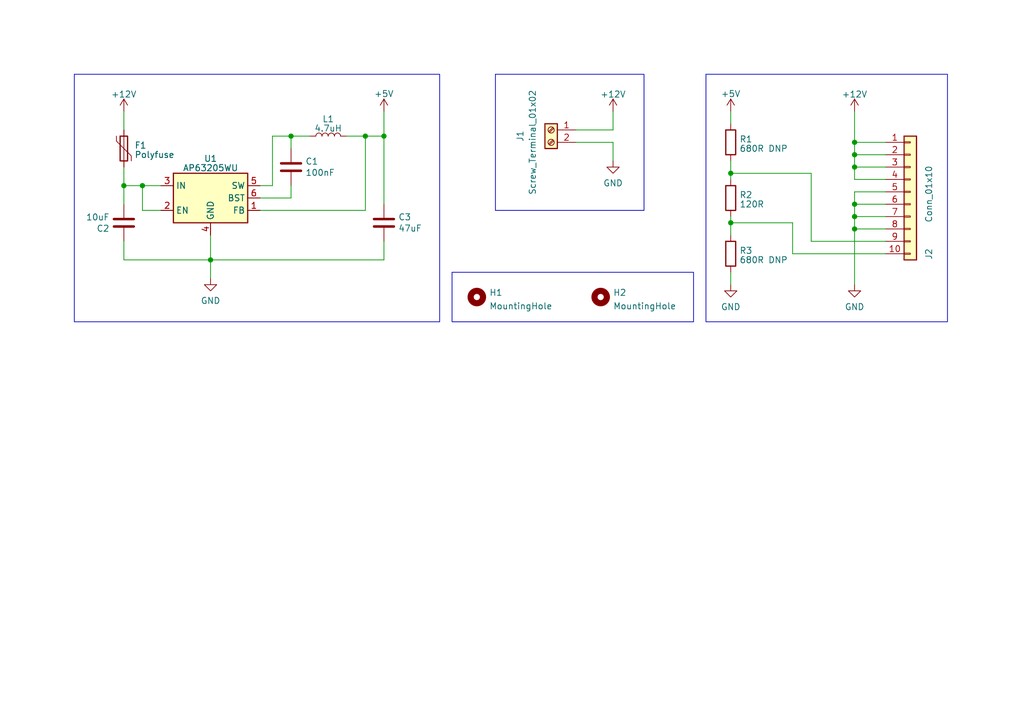
<source format=kicad_sch>
(kicad_sch (version 20230121) (generator eeschema)

  (uuid e63e39d7-6ac0-4ffd-8aa3-1841a4541b55)

  (paper "A5")

  (lib_symbols
    (symbol "Connector:Screw_Terminal_01x02" (pin_names (offset 1.016) hide) (in_bom yes) (on_board yes)
      (property "Reference" "J" (at 0 2.54 0)
        (effects (font (size 1.27 1.27)))
      )
      (property "Value" "Screw_Terminal_01x02" (at 0 -5.08 0)
        (effects (font (size 1.27 1.27)))
      )
      (property "Footprint" "" (at 0 0 0)
        (effects (font (size 1.27 1.27)) hide)
      )
      (property "Datasheet" "~" (at 0 0 0)
        (effects (font (size 1.27 1.27)) hide)
      )
      (property "ki_keywords" "screw terminal" (at 0 0 0)
        (effects (font (size 1.27 1.27)) hide)
      )
      (property "ki_description" "Generic screw terminal, single row, 01x02, script generated (kicad-library-utils/schlib/autogen/connector/)" (at 0 0 0)
        (effects (font (size 1.27 1.27)) hide)
      )
      (property "ki_fp_filters" "TerminalBlock*:*" (at 0 0 0)
        (effects (font (size 1.27 1.27)) hide)
      )
      (symbol "Screw_Terminal_01x02_1_1"
        (rectangle (start -1.27 1.27) (end 1.27 -3.81)
          (stroke (width 0.254) (type default))
          (fill (type background))
        )
        (circle (center 0 -2.54) (radius 0.635)
          (stroke (width 0.1524) (type default))
          (fill (type none))
        )
        (polyline
          (pts
            (xy -0.5334 -2.2098)
            (xy 0.3302 -3.048)
          )
          (stroke (width 0.1524) (type default))
          (fill (type none))
        )
        (polyline
          (pts
            (xy -0.5334 0.3302)
            (xy 0.3302 -0.508)
          )
          (stroke (width 0.1524) (type default))
          (fill (type none))
        )
        (polyline
          (pts
            (xy -0.3556 -2.032)
            (xy 0.508 -2.8702)
          )
          (stroke (width 0.1524) (type default))
          (fill (type none))
        )
        (polyline
          (pts
            (xy -0.3556 0.508)
            (xy 0.508 -0.3302)
          )
          (stroke (width 0.1524) (type default))
          (fill (type none))
        )
        (circle (center 0 0) (radius 0.635)
          (stroke (width 0.1524) (type default))
          (fill (type none))
        )
        (pin passive line (at -5.08 0 0) (length 3.81)
          (name "Pin_1" (effects (font (size 1.27 1.27))))
          (number "1" (effects (font (size 1.27 1.27))))
        )
        (pin passive line (at -5.08 -2.54 0) (length 3.81)
          (name "Pin_2" (effects (font (size 1.27 1.27))))
          (number "2" (effects (font (size 1.27 1.27))))
        )
      )
    )
    (symbol "Connector_Generic:Conn_01x10" (pin_names (offset 1.016) hide) (in_bom yes) (on_board yes)
      (property "Reference" "J" (at 0 12.7 0)
        (effects (font (size 1.27 1.27)))
      )
      (property "Value" "Conn_01x10" (at 0 -15.24 0)
        (effects (font (size 1.27 1.27)))
      )
      (property "Footprint" "" (at 0 0 0)
        (effects (font (size 1.27 1.27)) hide)
      )
      (property "Datasheet" "~" (at 0 0 0)
        (effects (font (size 1.27 1.27)) hide)
      )
      (property "ki_keywords" "connector" (at 0 0 0)
        (effects (font (size 1.27 1.27)) hide)
      )
      (property "ki_description" "Generic connector, single row, 01x10, script generated (kicad-library-utils/schlib/autogen/connector/)" (at 0 0 0)
        (effects (font (size 1.27 1.27)) hide)
      )
      (property "ki_fp_filters" "Connector*:*_1x??_*" (at 0 0 0)
        (effects (font (size 1.27 1.27)) hide)
      )
      (symbol "Conn_01x10_1_1"
        (rectangle (start -1.27 -12.573) (end 0 -12.827)
          (stroke (width 0.1524) (type default))
          (fill (type none))
        )
        (rectangle (start -1.27 -10.033) (end 0 -10.287)
          (stroke (width 0.1524) (type default))
          (fill (type none))
        )
        (rectangle (start -1.27 -7.493) (end 0 -7.747)
          (stroke (width 0.1524) (type default))
          (fill (type none))
        )
        (rectangle (start -1.27 -4.953) (end 0 -5.207)
          (stroke (width 0.1524) (type default))
          (fill (type none))
        )
        (rectangle (start -1.27 -2.413) (end 0 -2.667)
          (stroke (width 0.1524) (type default))
          (fill (type none))
        )
        (rectangle (start -1.27 0.127) (end 0 -0.127)
          (stroke (width 0.1524) (type default))
          (fill (type none))
        )
        (rectangle (start -1.27 2.667) (end 0 2.413)
          (stroke (width 0.1524) (type default))
          (fill (type none))
        )
        (rectangle (start -1.27 5.207) (end 0 4.953)
          (stroke (width 0.1524) (type default))
          (fill (type none))
        )
        (rectangle (start -1.27 7.747) (end 0 7.493)
          (stroke (width 0.1524) (type default))
          (fill (type none))
        )
        (rectangle (start -1.27 10.287) (end 0 10.033)
          (stroke (width 0.1524) (type default))
          (fill (type none))
        )
        (rectangle (start -1.27 11.43) (end 1.27 -13.97)
          (stroke (width 0.254) (type default))
          (fill (type background))
        )
        (pin passive line (at -5.08 10.16 0) (length 3.81)
          (name "Pin_1" (effects (font (size 1.27 1.27))))
          (number "1" (effects (font (size 1.27 1.27))))
        )
        (pin passive line (at -5.08 -12.7 0) (length 3.81)
          (name "Pin_10" (effects (font (size 1.27 1.27))))
          (number "10" (effects (font (size 1.27 1.27))))
        )
        (pin passive line (at -5.08 7.62 0) (length 3.81)
          (name "Pin_2" (effects (font (size 1.27 1.27))))
          (number "2" (effects (font (size 1.27 1.27))))
        )
        (pin passive line (at -5.08 5.08 0) (length 3.81)
          (name "Pin_3" (effects (font (size 1.27 1.27))))
          (number "3" (effects (font (size 1.27 1.27))))
        )
        (pin passive line (at -5.08 2.54 0) (length 3.81)
          (name "Pin_4" (effects (font (size 1.27 1.27))))
          (number "4" (effects (font (size 1.27 1.27))))
        )
        (pin passive line (at -5.08 0 0) (length 3.81)
          (name "Pin_5" (effects (font (size 1.27 1.27))))
          (number "5" (effects (font (size 1.27 1.27))))
        )
        (pin passive line (at -5.08 -2.54 0) (length 3.81)
          (name "Pin_6" (effects (font (size 1.27 1.27))))
          (number "6" (effects (font (size 1.27 1.27))))
        )
        (pin passive line (at -5.08 -5.08 0) (length 3.81)
          (name "Pin_7" (effects (font (size 1.27 1.27))))
          (number "7" (effects (font (size 1.27 1.27))))
        )
        (pin passive line (at -5.08 -7.62 0) (length 3.81)
          (name "Pin_8" (effects (font (size 1.27 1.27))))
          (number "8" (effects (font (size 1.27 1.27))))
        )
        (pin passive line (at -5.08 -10.16 0) (length 3.81)
          (name "Pin_9" (effects (font (size 1.27 1.27))))
          (number "9" (effects (font (size 1.27 1.27))))
        )
      )
    )
    (symbol "Device:C" (pin_numbers hide) (pin_names (offset 0.254)) (in_bom yes) (on_board yes)
      (property "Reference" "C" (at 0.635 2.54 0)
        (effects (font (size 1.27 1.27)) (justify left))
      )
      (property "Value" "C" (at 0.635 -2.54 0)
        (effects (font (size 1.27 1.27)) (justify left))
      )
      (property "Footprint" "" (at 0.9652 -3.81 0)
        (effects (font (size 1.27 1.27)) hide)
      )
      (property "Datasheet" "~" (at 0 0 0)
        (effects (font (size 1.27 1.27)) hide)
      )
      (property "ki_keywords" "cap capacitor" (at 0 0 0)
        (effects (font (size 1.27 1.27)) hide)
      )
      (property "ki_description" "Unpolarized capacitor" (at 0 0 0)
        (effects (font (size 1.27 1.27)) hide)
      )
      (property "ki_fp_filters" "C_*" (at 0 0 0)
        (effects (font (size 1.27 1.27)) hide)
      )
      (symbol "C_0_1"
        (polyline
          (pts
            (xy -2.032 -0.762)
            (xy 2.032 -0.762)
          )
          (stroke (width 0.508) (type default))
          (fill (type none))
        )
        (polyline
          (pts
            (xy -2.032 0.762)
            (xy 2.032 0.762)
          )
          (stroke (width 0.508) (type default))
          (fill (type none))
        )
      )
      (symbol "C_1_1"
        (pin passive line (at 0 3.81 270) (length 2.794)
          (name "~" (effects (font (size 1.27 1.27))))
          (number "1" (effects (font (size 1.27 1.27))))
        )
        (pin passive line (at 0 -3.81 90) (length 2.794)
          (name "~" (effects (font (size 1.27 1.27))))
          (number "2" (effects (font (size 1.27 1.27))))
        )
      )
    )
    (symbol "Device:L" (pin_numbers hide) (pin_names (offset 1.016) hide) (in_bom yes) (on_board yes)
      (property "Reference" "L" (at -1.27 0 90)
        (effects (font (size 1.27 1.27)))
      )
      (property "Value" "L" (at 1.905 0 90)
        (effects (font (size 1.27 1.27)))
      )
      (property "Footprint" "" (at 0 0 0)
        (effects (font (size 1.27 1.27)) hide)
      )
      (property "Datasheet" "~" (at 0 0 0)
        (effects (font (size 1.27 1.27)) hide)
      )
      (property "ki_keywords" "inductor choke coil reactor magnetic" (at 0 0 0)
        (effects (font (size 1.27 1.27)) hide)
      )
      (property "ki_description" "Inductor" (at 0 0 0)
        (effects (font (size 1.27 1.27)) hide)
      )
      (property "ki_fp_filters" "Choke_* *Coil* Inductor_* L_*" (at 0 0 0)
        (effects (font (size 1.27 1.27)) hide)
      )
      (symbol "L_0_1"
        (arc (start 0 -2.54) (mid 0.6323 -1.905) (end 0 -1.27)
          (stroke (width 0) (type default))
          (fill (type none))
        )
        (arc (start 0 -1.27) (mid 0.6323 -0.635) (end 0 0)
          (stroke (width 0) (type default))
          (fill (type none))
        )
        (arc (start 0 0) (mid 0.6323 0.635) (end 0 1.27)
          (stroke (width 0) (type default))
          (fill (type none))
        )
        (arc (start 0 1.27) (mid 0.6323 1.905) (end 0 2.54)
          (stroke (width 0) (type default))
          (fill (type none))
        )
      )
      (symbol "L_1_1"
        (pin passive line (at 0 3.81 270) (length 1.27)
          (name "1" (effects (font (size 1.27 1.27))))
          (number "1" (effects (font (size 1.27 1.27))))
        )
        (pin passive line (at 0 -3.81 90) (length 1.27)
          (name "2" (effects (font (size 1.27 1.27))))
          (number "2" (effects (font (size 1.27 1.27))))
        )
      )
    )
    (symbol "Device:Polyfuse" (pin_numbers hide) (pin_names (offset 0)) (in_bom yes) (on_board yes)
      (property "Reference" "F" (at -2.54 0 90)
        (effects (font (size 1.27 1.27)))
      )
      (property "Value" "Polyfuse" (at 2.54 0 90)
        (effects (font (size 1.27 1.27)))
      )
      (property "Footprint" "" (at 1.27 -5.08 0)
        (effects (font (size 1.27 1.27)) (justify left) hide)
      )
      (property "Datasheet" "~" (at 0 0 0)
        (effects (font (size 1.27 1.27)) hide)
      )
      (property "ki_keywords" "resettable fuse PTC PPTC polyfuse polyswitch" (at 0 0 0)
        (effects (font (size 1.27 1.27)) hide)
      )
      (property "ki_description" "Resettable fuse, polymeric positive temperature coefficient" (at 0 0 0)
        (effects (font (size 1.27 1.27)) hide)
      )
      (property "ki_fp_filters" "*polyfuse* *PTC*" (at 0 0 0)
        (effects (font (size 1.27 1.27)) hide)
      )
      (symbol "Polyfuse_0_1"
        (rectangle (start -0.762 2.54) (end 0.762 -2.54)
          (stroke (width 0.254) (type default))
          (fill (type none))
        )
        (polyline
          (pts
            (xy 0 2.54)
            (xy 0 -2.54)
          )
          (stroke (width 0) (type default))
          (fill (type none))
        )
        (polyline
          (pts
            (xy -1.524 2.54)
            (xy -1.524 1.524)
            (xy 1.524 -1.524)
            (xy 1.524 -2.54)
          )
          (stroke (width 0) (type default))
          (fill (type none))
        )
      )
      (symbol "Polyfuse_1_1"
        (pin passive line (at 0 3.81 270) (length 1.27)
          (name "~" (effects (font (size 1.27 1.27))))
          (number "1" (effects (font (size 1.27 1.27))))
        )
        (pin passive line (at 0 -3.81 90) (length 1.27)
          (name "~" (effects (font (size 1.27 1.27))))
          (number "2" (effects (font (size 1.27 1.27))))
        )
      )
    )
    (symbol "Device:R" (pin_numbers hide) (pin_names (offset 0)) (in_bom yes) (on_board yes)
      (property "Reference" "R" (at 2.032 0 90)
        (effects (font (size 1.27 1.27)))
      )
      (property "Value" "R" (at 0 0 90)
        (effects (font (size 1.27 1.27)))
      )
      (property "Footprint" "" (at -1.778 0 90)
        (effects (font (size 1.27 1.27)) hide)
      )
      (property "Datasheet" "~" (at 0 0 0)
        (effects (font (size 1.27 1.27)) hide)
      )
      (property "ki_keywords" "R res resistor" (at 0 0 0)
        (effects (font (size 1.27 1.27)) hide)
      )
      (property "ki_description" "Resistor" (at 0 0 0)
        (effects (font (size 1.27 1.27)) hide)
      )
      (property "ki_fp_filters" "R_*" (at 0 0 0)
        (effects (font (size 1.27 1.27)) hide)
      )
      (symbol "R_0_1"
        (rectangle (start -1.016 -2.54) (end 1.016 2.54)
          (stroke (width 0.254) (type default))
          (fill (type none))
        )
      )
      (symbol "R_1_1"
        (pin passive line (at 0 3.81 270) (length 1.27)
          (name "~" (effects (font (size 1.27 1.27))))
          (number "1" (effects (font (size 1.27 1.27))))
        )
        (pin passive line (at 0 -3.81 90) (length 1.27)
          (name "~" (effects (font (size 1.27 1.27))))
          (number "2" (effects (font (size 1.27 1.27))))
        )
      )
    )
    (symbol "Mechanical:MountingHole" (pin_names (offset 1.016)) (in_bom yes) (on_board yes)
      (property "Reference" "H" (at 0 5.08 0)
        (effects (font (size 1.27 1.27)))
      )
      (property "Value" "MountingHole" (at 0 3.175 0)
        (effects (font (size 1.27 1.27)))
      )
      (property "Footprint" "" (at 0 0 0)
        (effects (font (size 1.27 1.27)) hide)
      )
      (property "Datasheet" "~" (at 0 0 0)
        (effects (font (size 1.27 1.27)) hide)
      )
      (property "ki_keywords" "mounting hole" (at 0 0 0)
        (effects (font (size 1.27 1.27)) hide)
      )
      (property "ki_description" "Mounting Hole without connection" (at 0 0 0)
        (effects (font (size 1.27 1.27)) hide)
      )
      (property "ki_fp_filters" "MountingHole*" (at 0 0 0)
        (effects (font (size 1.27 1.27)) hide)
      )
      (symbol "MountingHole_0_1"
        (circle (center 0 0) (radius 1.27)
          (stroke (width 1.27) (type default))
          (fill (type none))
        )
      )
    )
    (symbol "Regulator_Switching:AP63205WU" (in_bom yes) (on_board yes)
      (property "Reference" "U" (at -7.62 6.35 0)
        (effects (font (size 1.27 1.27)))
      )
      (property "Value" "AP63205WU" (at 2.54 6.35 0)
        (effects (font (size 1.27 1.27)))
      )
      (property "Footprint" "Package_TO_SOT_SMD:TSOT-23-6" (at 0 -22.86 0)
        (effects (font (size 1.27 1.27)) hide)
      )
      (property "Datasheet" "https://www.diodes.com/assets/Datasheets/AP63200-AP63201-AP63203-AP63205.pdf" (at 0 0 0)
        (effects (font (size 1.27 1.27)) hide)
      )
      (property "ki_keywords" "2A Buck DC/DC" (at 0 0 0)
        (effects (font (size 1.27 1.27)) hide)
      )
      (property "ki_description" "2A, 1.1MHz Buck DC/DC Converter, fixed 5.0V output voltage, TSOT-23-6" (at 0 0 0)
        (effects (font (size 1.27 1.27)) hide)
      )
      (property "ki_fp_filters" "TSOT?23*" (at 0 0 0)
        (effects (font (size 1.27 1.27)) hide)
      )
      (symbol "AP63205WU_0_1"
        (rectangle (start -7.62 5.08) (end 7.62 -5.08)
          (stroke (width 0.254) (type default))
          (fill (type background))
        )
      )
      (symbol "AP63205WU_1_1"
        (pin input line (at 10.16 -2.54 180) (length 2.54)
          (name "FB" (effects (font (size 1.27 1.27))))
          (number "1" (effects (font (size 1.27 1.27))))
        )
        (pin input line (at -10.16 -2.54 0) (length 2.54)
          (name "EN" (effects (font (size 1.27 1.27))))
          (number "2" (effects (font (size 1.27 1.27))))
        )
        (pin power_in line (at -10.16 2.54 0) (length 2.54)
          (name "IN" (effects (font (size 1.27 1.27))))
          (number "3" (effects (font (size 1.27 1.27))))
        )
        (pin power_in line (at 0 -7.62 90) (length 2.54)
          (name "GND" (effects (font (size 1.27 1.27))))
          (number "4" (effects (font (size 1.27 1.27))))
        )
        (pin output line (at 10.16 2.54 180) (length 2.54)
          (name "SW" (effects (font (size 1.27 1.27))))
          (number "5" (effects (font (size 1.27 1.27))))
        )
        (pin passive line (at 10.16 0 180) (length 2.54)
          (name "BST" (effects (font (size 1.27 1.27))))
          (number "6" (effects (font (size 1.27 1.27))))
        )
      )
    )
    (symbol "power:+12V" (power) (pin_names (offset 0)) (in_bom yes) (on_board yes)
      (property "Reference" "#PWR" (at 0 -3.81 0)
        (effects (font (size 1.27 1.27)) hide)
      )
      (property "Value" "+12V" (at 0 3.556 0)
        (effects (font (size 1.27 1.27)))
      )
      (property "Footprint" "" (at 0 0 0)
        (effects (font (size 1.27 1.27)) hide)
      )
      (property "Datasheet" "" (at 0 0 0)
        (effects (font (size 1.27 1.27)) hide)
      )
      (property "ki_keywords" "global power" (at 0 0 0)
        (effects (font (size 1.27 1.27)) hide)
      )
      (property "ki_description" "Power symbol creates a global label with name \"+12V\"" (at 0 0 0)
        (effects (font (size 1.27 1.27)) hide)
      )
      (symbol "+12V_0_1"
        (polyline
          (pts
            (xy -0.762 1.27)
            (xy 0 2.54)
          )
          (stroke (width 0) (type default))
          (fill (type none))
        )
        (polyline
          (pts
            (xy 0 0)
            (xy 0 2.54)
          )
          (stroke (width 0) (type default))
          (fill (type none))
        )
        (polyline
          (pts
            (xy 0 2.54)
            (xy 0.762 1.27)
          )
          (stroke (width 0) (type default))
          (fill (type none))
        )
      )
      (symbol "+12V_1_1"
        (pin power_in line (at 0 0 90) (length 0) hide
          (name "+12V" (effects (font (size 1.27 1.27))))
          (number "1" (effects (font (size 1.27 1.27))))
        )
      )
    )
    (symbol "power:+5V" (power) (pin_names (offset 0)) (in_bom yes) (on_board yes)
      (property "Reference" "#PWR" (at 0 -3.81 0)
        (effects (font (size 1.27 1.27)) hide)
      )
      (property "Value" "+5V" (at 0 3.556 0)
        (effects (font (size 1.27 1.27)))
      )
      (property "Footprint" "" (at 0 0 0)
        (effects (font (size 1.27 1.27)) hide)
      )
      (property "Datasheet" "" (at 0 0 0)
        (effects (font (size 1.27 1.27)) hide)
      )
      (property "ki_keywords" "power-flag" (at 0 0 0)
        (effects (font (size 1.27 1.27)) hide)
      )
      (property "ki_description" "Power symbol creates a global label with name \"+5V\"" (at 0 0 0)
        (effects (font (size 1.27 1.27)) hide)
      )
      (symbol "+5V_0_1"
        (polyline
          (pts
            (xy -0.762 1.27)
            (xy 0 2.54)
          )
          (stroke (width 0) (type default))
          (fill (type none))
        )
        (polyline
          (pts
            (xy 0 0)
            (xy 0 2.54)
          )
          (stroke (width 0) (type default))
          (fill (type none))
        )
        (polyline
          (pts
            (xy 0 2.54)
            (xy 0.762 1.27)
          )
          (stroke (width 0) (type default))
          (fill (type none))
        )
      )
      (symbol "+5V_1_1"
        (pin power_in line (at 0 0 90) (length 0) hide
          (name "+5V" (effects (font (size 1.27 1.27))))
          (number "1" (effects (font (size 1.27 1.27))))
        )
      )
    )
    (symbol "power:GND" (power) (pin_names (offset 0)) (in_bom yes) (on_board yes)
      (property "Reference" "#PWR" (at 0 -6.35 0)
        (effects (font (size 1.27 1.27)) hide)
      )
      (property "Value" "GND" (at 0 -3.81 0)
        (effects (font (size 1.27 1.27)))
      )
      (property "Footprint" "" (at 0 0 0)
        (effects (font (size 1.27 1.27)) hide)
      )
      (property "Datasheet" "" (at 0 0 0)
        (effects (font (size 1.27 1.27)) hide)
      )
      (property "ki_keywords" "power-flag" (at 0 0 0)
        (effects (font (size 1.27 1.27)) hide)
      )
      (property "ki_description" "Power symbol creates a global label with name \"GND\" , ground" (at 0 0 0)
        (effects (font (size 1.27 1.27)) hide)
      )
      (symbol "GND_0_1"
        (polyline
          (pts
            (xy 0 0)
            (xy 0 -1.27)
            (xy 1.27 -1.27)
            (xy 0 -2.54)
            (xy -1.27 -1.27)
            (xy 0 -1.27)
          )
          (stroke (width 0) (type default))
          (fill (type none))
        )
      )
      (symbol "GND_1_1"
        (pin power_in line (at 0 0 270) (length 0) hide
          (name "GND" (effects (font (size 1.27 1.27))))
          (number "1" (effects (font (size 1.27 1.27))))
        )
      )
    )
  )

  (junction (at 175.26 29.21) (diameter 0) (color 0 0 0 0)
    (uuid 28b01cd2-da3a-46ec-8825-b0f31a0b8987)
  )
  (junction (at 74.93 27.94) (diameter 0) (color 0 0 0 0)
    (uuid 441c68d3-7fc0-40a6-95e0-c1b021d4352d)
  )
  (junction (at 175.26 44.45) (diameter 0) (color 0 0 0 0)
    (uuid 466b3d8f-9c37-46d4-9e32-10692f4de6ef)
  )
  (junction (at 25.4 38.1) (diameter 0) (color 0 0 0 0)
    (uuid 5012d53c-5a81-4ceb-ba6b-9e6f87d1c35b)
  )
  (junction (at 175.26 41.91) (diameter 0) (color 0 0 0 0)
    (uuid 5806f166-c5b7-446b-9db4-5eae522d94cc)
  )
  (junction (at 175.26 46.99) (diameter 0) (color 0 0 0 0)
    (uuid 65086639-65bd-424a-9186-02e953a935f8)
  )
  (junction (at 29.21 38.1) (diameter 0) (color 0 0 0 0)
    (uuid 7ffd9690-6e7a-4af1-9e74-984a2d33246a)
  )
  (junction (at 175.26 34.29) (diameter 0) (color 0 0 0 0)
    (uuid 8aeda7bd-b078-427a-a185-d5bc595c6436)
  )
  (junction (at 78.74 27.94) (diameter 0) (color 0 0 0 0)
    (uuid 9349d1cd-0bb1-4532-b3bb-f6343f8affbc)
  )
  (junction (at 59.69 27.94) (diameter 0) (color 0 0 0 0)
    (uuid bbfa98c5-e2e9-40be-972b-b1907fb33ad9)
  )
  (junction (at 149.86 35.56) (diameter 0) (color 0 0 0 0)
    (uuid c698abea-a780-4c15-939b-1bd03b379ab9)
  )
  (junction (at 43.18 53.34) (diameter 0) (color 0 0 0 0)
    (uuid eb181da7-a1d4-4e7d-b0fa-f44c3095bdfa)
  )
  (junction (at 149.86 45.72) (diameter 0) (color 0 0 0 0)
    (uuid f22f0edf-0973-48cc-a719-d0ce5475af7a)
  )
  (junction (at 175.26 31.75) (diameter 0) (color 0 0 0 0)
    (uuid fcd4e06b-2675-4606-a0e4-dbc3cd5775d6)
  )

  (wire (pts (xy 25.4 53.34) (xy 43.18 53.34))
    (stroke (width 0) (type default))
    (uuid 09a14f43-9f68-45ae-b58f-6bb003135e2f)
  )
  (wire (pts (xy 78.74 22.86) (xy 78.74 27.94))
    (stroke (width 0) (type default))
    (uuid 0a036911-b688-4956-891c-af3778a535d9)
  )
  (wire (pts (xy 175.26 22.86) (xy 175.26 29.21))
    (stroke (width 0) (type default))
    (uuid 0a8dfc5c-35dc-4e44-a2bf-5968ebf90cca)
  )
  (wire (pts (xy 74.93 43.18) (xy 74.93 27.94))
    (stroke (width 0) (type default))
    (uuid 0e208a19-c5a7-4e09-8d05-da38bfaa0879)
  )
  (wire (pts (xy 55.88 38.1) (xy 53.34 38.1))
    (stroke (width 0) (type default))
    (uuid 1339060f-3ce4-4560-ac32-9bd7a0e1ea08)
  )
  (wire (pts (xy 125.73 22.86) (xy 125.73 26.67))
    (stroke (width 0) (type default))
    (uuid 1745f829-dbf6-45f4-addb-68b9bc9503e9)
  )
  (wire (pts (xy 71.12 27.94) (xy 74.93 27.94))
    (stroke (width 0) (type default))
    (uuid 192cf922-e536-4939-9695-4490608d601e)
  )
  (wire (pts (xy 125.73 29.21) (xy 118.11 29.21))
    (stroke (width 0) (type default))
    (uuid 1c1cc89f-f374-4f47-b9c1-6a06fc4f7913)
  )
  (wire (pts (xy 175.26 44.45) (xy 181.61 44.45))
    (stroke (width 0) (type default))
    (uuid 1cd0e66a-1483-4c0a-9ae4-bba9c34e7841)
  )
  (wire (pts (xy 53.34 40.64) (xy 59.69 40.64))
    (stroke (width 0) (type default))
    (uuid 219ff0af-6c28-4059-a632-1608427cda32)
  )
  (wire (pts (xy 175.26 29.21) (xy 175.26 31.75))
    (stroke (width 0) (type default))
    (uuid 251669f2-aed1-46fe-b2e4-9582ff1e4084)
  )
  (wire (pts (xy 175.26 46.99) (xy 181.61 46.99))
    (stroke (width 0) (type default))
    (uuid 25ce5d25-3793-4d86-abee-e0637cf2584a)
  )
  (wire (pts (xy 78.74 49.53) (xy 78.74 53.34))
    (stroke (width 0) (type default))
    (uuid 2bcb0925-be19-48da-a5ac-5f7574e4a0d5)
  )
  (wire (pts (xy 181.61 39.37) (xy 175.26 39.37))
    (stroke (width 0) (type default))
    (uuid 2f3e5a9a-ff28-417a-9043-5a0b1deab777)
  )
  (wire (pts (xy 175.26 34.29) (xy 181.61 34.29))
    (stroke (width 0) (type default))
    (uuid 3198b8ca-7d11-4e0c-89a4-c173f9fcf724)
  )
  (wire (pts (xy 29.21 43.18) (xy 29.21 38.1))
    (stroke (width 0) (type default))
    (uuid 38700020-1d8f-47ed-8c17-4af51a5e9d23)
  )
  (wire (pts (xy 175.26 31.75) (xy 175.26 34.29))
    (stroke (width 0) (type default))
    (uuid 3c601655-d53e-4699-ad07-74023b5f078c)
  )
  (wire (pts (xy 149.86 33.02) (xy 149.86 35.56))
    (stroke (width 0) (type default))
    (uuid 3c97148e-22d8-44e6-b996-a8029f2f87ec)
  )
  (wire (pts (xy 78.74 27.94) (xy 78.74 41.91))
    (stroke (width 0) (type default))
    (uuid 417deb71-4107-48e0-bf08-735fce6813b1)
  )
  (wire (pts (xy 175.26 41.91) (xy 181.61 41.91))
    (stroke (width 0) (type default))
    (uuid 425377cf-8ef6-4013-8b3f-871d122fe0a8)
  )
  (wire (pts (xy 25.4 38.1) (xy 29.21 38.1))
    (stroke (width 0) (type default))
    (uuid 48dcb13e-7d28-4ed3-8a43-02a6acbba24f)
  )
  (wire (pts (xy 25.4 34.29) (xy 25.4 38.1))
    (stroke (width 0) (type default))
    (uuid 4a18681f-319a-4550-842b-77ee632e0c1a)
  )
  (wire (pts (xy 53.34 43.18) (xy 74.93 43.18))
    (stroke (width 0) (type default))
    (uuid 4bf8a22b-36fd-4203-b00b-4ca3dc44ac43)
  )
  (wire (pts (xy 175.26 39.37) (xy 175.26 41.91))
    (stroke (width 0) (type default))
    (uuid 4e120d68-8e67-4747-bebb-7fd19b519624)
  )
  (wire (pts (xy 125.73 26.67) (xy 118.11 26.67))
    (stroke (width 0) (type default))
    (uuid 4ed6796c-0a51-487a-be55-7848b5415f35)
  )
  (wire (pts (xy 166.37 49.53) (xy 166.37 35.56))
    (stroke (width 0) (type default))
    (uuid 53d7f7a6-afd0-4267-8208-86036defbf0d)
  )
  (wire (pts (xy 43.18 53.34) (xy 43.18 57.15))
    (stroke (width 0) (type default))
    (uuid 5ae012a8-298d-425d-b273-acbcff50bbfe)
  )
  (wire (pts (xy 175.26 34.29) (xy 175.26 36.83))
    (stroke (width 0) (type default))
    (uuid 5cff09b0-b3d4-41a7-a6a4-7f917b40eda9)
  )
  (wire (pts (xy 149.86 35.56) (xy 149.86 36.83))
    (stroke (width 0) (type default))
    (uuid 5d25158a-0f0c-4762-b2d3-4f1642e70431)
  )
  (wire (pts (xy 43.18 48.26) (xy 43.18 53.34))
    (stroke (width 0) (type default))
    (uuid 5e2df719-dd37-4a8b-8d14-c51e344cdac7)
  )
  (wire (pts (xy 59.69 40.64) (xy 59.69 38.1))
    (stroke (width 0) (type default))
    (uuid 6ecf3b50-f4bb-4db4-8fbd-0ac04572c906)
  )
  (wire (pts (xy 149.86 45.72) (xy 149.86 48.26))
    (stroke (width 0) (type default))
    (uuid 725b7088-5e5d-400d-8e81-45ca4eecb09a)
  )
  (wire (pts (xy 181.61 49.53) (xy 166.37 49.53))
    (stroke (width 0) (type default))
    (uuid 72a8e87e-46bf-4061-bebe-fdb0dde130aa)
  )
  (wire (pts (xy 162.56 52.07) (xy 181.61 52.07))
    (stroke (width 0) (type default))
    (uuid 74495a3f-9f01-4441-977e-348554694c47)
  )
  (wire (pts (xy 175.26 44.45) (xy 175.26 46.99))
    (stroke (width 0) (type default))
    (uuid 87026703-3c05-4347-8f3c-e1fbde3f8f10)
  )
  (wire (pts (xy 55.88 38.1) (xy 55.88 27.94))
    (stroke (width 0) (type default))
    (uuid 8cb5a6ae-e64e-4f8e-ac90-6e7397e006bb)
  )
  (wire (pts (xy 149.86 45.72) (xy 162.56 45.72))
    (stroke (width 0) (type default))
    (uuid 92f10fd8-45fa-4cf1-834a-645689907c94)
  )
  (wire (pts (xy 149.86 44.45) (xy 149.86 45.72))
    (stroke (width 0) (type default))
    (uuid 93483910-0cc8-4d12-ac63-57df43db2705)
  )
  (wire (pts (xy 175.26 36.83) (xy 181.61 36.83))
    (stroke (width 0) (type default))
    (uuid 969039f3-b917-4772-a4c3-c593cb31029a)
  )
  (wire (pts (xy 149.86 35.56) (xy 166.37 35.56))
    (stroke (width 0) (type default))
    (uuid 96c95083-3979-4b29-958c-66f4a0bcd902)
  )
  (wire (pts (xy 59.69 27.94) (xy 59.69 30.48))
    (stroke (width 0) (type default))
    (uuid 9acfcb23-dee6-4f8f-b881-5e11c17b398d)
  )
  (wire (pts (xy 149.86 22.86) (xy 149.86 25.4))
    (stroke (width 0) (type default))
    (uuid 9b222da4-70a1-43e3-bfee-4b3715b4e51c)
  )
  (wire (pts (xy 175.26 29.21) (xy 181.61 29.21))
    (stroke (width 0) (type default))
    (uuid a49e8613-3cd2-48ed-8977-6bb5023f7722)
  )
  (wire (pts (xy 175.26 41.91) (xy 175.26 44.45))
    (stroke (width 0) (type default))
    (uuid ada46483-405b-43ae-86e2-bd8983c99f2a)
  )
  (wire (pts (xy 59.69 27.94) (xy 63.5 27.94))
    (stroke (width 0) (type default))
    (uuid ae2aa52f-cdac-4da1-855a-3ac80ba7b0b6)
  )
  (wire (pts (xy 74.93 27.94) (xy 78.74 27.94))
    (stroke (width 0) (type default))
    (uuid b09f2c04-e329-4587-b222-10f6606308cb)
  )
  (wire (pts (xy 29.21 43.18) (xy 33.02 43.18))
    (stroke (width 0) (type default))
    (uuid b93a4243-4ff4-4848-83e5-83cd7948bd40)
  )
  (wire (pts (xy 125.73 33.02) (xy 125.73 29.21))
    (stroke (width 0) (type default))
    (uuid bd6108e0-1741-45a5-855b-105bd6caf2b1)
  )
  (wire (pts (xy 162.56 45.72) (xy 162.56 52.07))
    (stroke (width 0) (type default))
    (uuid bea485c4-3ce9-4a63-8340-c0f6eee824dd)
  )
  (wire (pts (xy 175.26 31.75) (xy 181.61 31.75))
    (stroke (width 0) (type default))
    (uuid c2948fc4-d8e7-42a5-888d-c744528c03f5)
  )
  (wire (pts (xy 29.21 38.1) (xy 33.02 38.1))
    (stroke (width 0) (type default))
    (uuid c7d63c15-d17f-45a1-80fe-d4a8c9c8f694)
  )
  (wire (pts (xy 149.86 55.88) (xy 149.86 58.42))
    (stroke (width 0) (type default))
    (uuid ca49d009-84fa-4129-b874-cf92ff68cb47)
  )
  (wire (pts (xy 43.18 53.34) (xy 78.74 53.34))
    (stroke (width 0) (type default))
    (uuid d92d7228-6ab0-4c7d-bf95-f529fddfcdd5)
  )
  (wire (pts (xy 25.4 49.53) (xy 25.4 53.34))
    (stroke (width 0) (type default))
    (uuid e56c64cf-e118-4353-9bef-ed48fd026c22)
  )
  (wire (pts (xy 55.88 27.94) (xy 59.69 27.94))
    (stroke (width 0) (type default))
    (uuid e7d4c3e6-50de-4084-804c-18736e72f546)
  )
  (wire (pts (xy 25.4 22.86) (xy 25.4 26.67))
    (stroke (width 0) (type default))
    (uuid e8ffc74b-bd05-4cf5-a85c-83d0979c3d46)
  )
  (wire (pts (xy 25.4 38.1) (xy 25.4 41.91))
    (stroke (width 0) (type default))
    (uuid efb06a7a-53dc-4a73-9aa4-32d9910af821)
  )
  (wire (pts (xy 175.26 46.99) (xy 175.26 58.42))
    (stroke (width 0) (type default))
    (uuid f8334445-03d8-4bd9-86b6-6d3e42f0464a)
  )

  (rectangle (start 101.6 15.24) (end 132.08 43.18)
    (stroke (width 0) (type default))
    (fill (type none))
    (uuid cc05a910-216c-44a3-a933-638177768180)
  )
  (rectangle (start 144.78 15.24) (end 194.31 66.04)
    (stroke (width 0) (type default))
    (fill (type none))
    (uuid d492fd72-06fe-44ec-a5ee-30595761f02e)
  )
  (rectangle (start 92.71 55.88) (end 142.24 66.04)
    (stroke (width 0) (type default))
    (fill (type none))
    (uuid ef3f22b4-53fe-4772-8871-b6a55ed8bd05)
  )
  (rectangle (start 15.24 15.24) (end 90.17 66.04)
    (stroke (width 0) (type default))
    (fill (type none))
    (uuid fd3ea3ca-0e58-454e-9b1d-5db5930e86f8)
  )

  (symbol (lib_id "Device:L") (at 67.31 27.94 90) (unit 1)
    (in_bom yes) (on_board yes) (dnp no) (fields_autoplaced)
    (uuid 15181bfa-847c-4214-9b30-46b1aa2b8087)
    (property "Reference" "L1" (at 67.31 24.4247 90)
      (effects (font (size 1.27 1.27)))
    )
    (property "Value" "4.7uH" (at 67.31 26.3457 90)
      (effects (font (size 1.27 1.27)))
    )
    (property "Footprint" "Inductor_SMD:L_1210_3225Metric" (at 67.31 27.94 0)
      (effects (font (size 1.27 1.27)) hide)
    )
    (property "Datasheet" "~" (at 67.31 27.94 0)
      (effects (font (size 1.27 1.27)) hide)
    )
    (pin "1" (uuid e9a19042-90d4-418a-814a-dd3f0a672dc7))
    (pin "2" (uuid 03a2f41e-9d9b-4bca-b58d-03e002dfc215))
    (instances
      (project "kha-led-ikea-term"
        (path "/e63e39d7-6ac0-4ffd-8aa3-1841a4541b55"
          (reference "L1") (unit 1)
        )
      )
    )
  )

  (symbol (lib_id "Connector:Screw_Terminal_01x02") (at 113.03 26.67 0) (mirror y) (unit 1)
    (in_bom yes) (on_board yes) (dnp no)
    (uuid 19d6a411-8997-491d-aace-09fdbc63404d)
    (property "Reference" "J1" (at 106.68 27.94 90)
      (effects (font (size 1.27 1.27)))
    )
    (property "Value" "Screw_Terminal_01x02" (at 109.22 29.21 90)
      (effects (font (size 1.27 1.27)))
    )
    (property "Footprint" "TerminalBlock_RND:TerminalBlock_RND_205-00232_1x02_P5.08mm_Horizontal" (at 113.03 26.67 0)
      (effects (font (size 1.27 1.27)) hide)
    )
    (property "Datasheet" "~" (at 113.03 26.67 0)
      (effects (font (size 1.27 1.27)) hide)
    )
    (pin "1" (uuid d40f18db-c543-4c22-a8b0-72b9c9e5ae8b))
    (pin "2" (uuid 88e4f832-79d6-4c54-9ce3-4328dcb9d5b5))
    (instances
      (project "kha-led-ikea-term"
        (path "/e63e39d7-6ac0-4ffd-8aa3-1841a4541b55"
          (reference "J1") (unit 1)
        )
      )
    )
  )

  (symbol (lib_id "Regulator_Switching:AP63205WU") (at 43.18 40.64 0) (unit 1)
    (in_bom yes) (on_board yes) (dnp no) (fields_autoplaced)
    (uuid 39c50711-ae07-4923-97ad-0ee5a922d821)
    (property "Reference" "U1" (at 43.18 32.5501 0)
      (effects (font (size 1.27 1.27)))
    )
    (property "Value" "AP63205WU" (at 43.18 34.4711 0)
      (effects (font (size 1.27 1.27)))
    )
    (property "Footprint" "Package_TO_SOT_SMD:TSOT-23-6" (at 43.18 63.5 0)
      (effects (font (size 1.27 1.27)) hide)
    )
    (property "Datasheet" "https://www.diodes.com/assets/Datasheets/AP63200-AP63201-AP63203-AP63205.pdf" (at 43.18 40.64 0)
      (effects (font (size 1.27 1.27)) hide)
    )
    (pin "1" (uuid 2f4db18c-edaf-4aa1-a236-d9c3f87fc46a))
    (pin "2" (uuid 22624ab9-56ca-44f5-b968-43e31229f5f4))
    (pin "3" (uuid fc628f43-079a-4842-8b29-02074ece44be))
    (pin "4" (uuid e7e94fe5-a444-4280-9c00-0d1f40b49616))
    (pin "5" (uuid b326a79c-137e-4aad-8f41-3a703c01398f))
    (pin "6" (uuid f1067d2e-99b2-49c8-8ad0-627a2d427d38))
    (instances
      (project "kha-led-ikea-term"
        (path "/e63e39d7-6ac0-4ffd-8aa3-1841a4541b55"
          (reference "U1") (unit 1)
        )
      )
    )
  )

  (symbol (lib_id "Device:R") (at 149.86 29.21 0) (unit 1)
    (in_bom yes) (on_board yes) (dnp no) (fields_autoplaced)
    (uuid 436c0143-4769-409c-b859-0f411140d9a7)
    (property "Reference" "R1" (at 151.638 28.5663 0)
      (effects (font (size 1.27 1.27)) (justify left))
    )
    (property "Value" "680R DNP" (at 151.638 30.4873 0)
      (effects (font (size 1.27 1.27)) (justify left))
    )
    (property "Footprint" "Resistor_SMD:R_0805_2012Metric" (at 148.082 29.21 90)
      (effects (font (size 1.27 1.27)) hide)
    )
    (property "Datasheet" "~" (at 149.86 29.21 0)
      (effects (font (size 1.27 1.27)) hide)
    )
    (pin "1" (uuid b076bfca-9ea3-4259-9da1-efe42ed5037f))
    (pin "2" (uuid d8d61e79-7ab3-4af7-80f5-6599f1b93e80))
    (instances
      (project "kha-led-ikea-term"
        (path "/e63e39d7-6ac0-4ffd-8aa3-1841a4541b55"
          (reference "R1") (unit 1)
        )
      )
    )
  )

  (symbol (lib_id "power:+5V") (at 78.74 22.86 0) (unit 1)
    (in_bom yes) (on_board yes) (dnp no) (fields_autoplaced)
    (uuid 4b240bf8-2f1f-4f73-8e24-744baf1324b3)
    (property "Reference" "#PWR02" (at 78.74 26.67 0)
      (effects (font (size 1.27 1.27)) hide)
    )
    (property "Value" "+5V" (at 78.74 19.2555 0)
      (effects (font (size 1.27 1.27)))
    )
    (property "Footprint" "" (at 78.74 22.86 0)
      (effects (font (size 1.27 1.27)) hide)
    )
    (property "Datasheet" "" (at 78.74 22.86 0)
      (effects (font (size 1.27 1.27)) hide)
    )
    (pin "1" (uuid 859b4ec3-53fd-4057-a0c6-29224ffc5266))
    (instances
      (project "kha-led-ikea-term"
        (path "/e63e39d7-6ac0-4ffd-8aa3-1841a4541b55"
          (reference "#PWR02") (unit 1)
        )
      )
    )
  )

  (symbol (lib_id "power:GND") (at 175.26 58.42 0) (unit 1)
    (in_bom yes) (on_board yes) (dnp no) (fields_autoplaced)
    (uuid 4d3a1f72-d521-46ae-8fe1-3f8221038335)
    (property "Reference" "#PWR09" (at 175.26 64.77 0)
      (effects (font (size 1.27 1.27)) hide)
    )
    (property "Value" "GND" (at 175.26 62.9825 0)
      (effects (font (size 1.27 1.27)))
    )
    (property "Footprint" "" (at 175.26 58.42 0)
      (effects (font (size 1.27 1.27)) hide)
    )
    (property "Datasheet" "" (at 175.26 58.42 0)
      (effects (font (size 1.27 1.27)) hide)
    )
    (pin "1" (uuid 2e36ce87-4661-4b8f-956a-16dc559e1b50))
    (instances
      (project "kha-led-ikea-term"
        (path "/e63e39d7-6ac0-4ffd-8aa3-1841a4541b55"
          (reference "#PWR09") (unit 1)
        )
      )
    )
  )

  (symbol (lib_id "Connector_Generic:Conn_01x10") (at 186.69 39.37 0) (unit 1)
    (in_bom yes) (on_board yes) (dnp no)
    (uuid 4f2f68c4-6fa0-45ce-b5c2-e911daddcd12)
    (property "Reference" "J2" (at 190.5 53.34 90)
      (effects (font (size 1.27 1.27)) (justify left))
    )
    (property "Value" "Conn_01x10" (at 190.5 45.72 90)
      (effects (font (size 1.27 1.27)) (justify left))
    )
    (property "Footprint" "Connector_IDC:IDC-Header_2x05_P2.54mm_Vertical" (at 186.69 39.37 0)
      (effects (font (size 1.27 1.27)) hide)
    )
    (property "Datasheet" "~" (at 186.69 39.37 0)
      (effects (font (size 1.27 1.27)) hide)
    )
    (pin "1" (uuid dd6c35f3-ae45-4706-ad6f-8028797ca8e0))
    (pin "10" (uuid 39845449-7a31-4262-86b1-e7af14a6659f))
    (pin "2" (uuid 07652224-af43-42a2-841c-1883ba305bc4))
    (pin "3" (uuid b8e1a8b8-63f0-4e53-a6cb-c8edf9a649c4))
    (pin "4" (uuid 63286bbb-78a3-4368-a50a-f6bf5f1653b0))
    (pin "5" (uuid e4184668-3bdd-4cb2-a053-4f3d5e57b541))
    (pin "6" (uuid ea745685-58a4-4364-a674-15381eadb187))
    (pin "7" (uuid c6bba6d7-3631-448e-9df8-b5a9e3238ade))
    (pin "8" (uuid adcbf4d0-ed9c-4c7d-b78f-3bcbe974bdcb))
    (pin "9" (uuid 4b471778-f61d-4b9d-a507-3d4f82ec4b7c))
    (instances
      (project "kha-led-ikea-term"
        (path "/e63e39d7-6ac0-4ffd-8aa3-1841a4541b55"
          (reference "J2") (unit 1)
        )
      )
    )
  )

  (symbol (lib_id "Mechanical:MountingHole") (at 97.79 60.96 0) (unit 1)
    (in_bom yes) (on_board yes) (dnp no) (fields_autoplaced)
    (uuid 5f714629-119e-4043-afb5-5f3ff1088ecb)
    (property "Reference" "H1" (at 100.33 60.0515 0)
      (effects (font (size 1.27 1.27)) (justify left))
    )
    (property "Value" "MountingHole" (at 100.33 62.8266 0)
      (effects (font (size 1.27 1.27)) (justify left))
    )
    (property "Footprint" "MountingHole:MountingHole_3.2mm_M3" (at 97.79 60.96 0)
      (effects (font (size 1.27 1.27)) hide)
    )
    (property "Datasheet" "~" (at 97.79 60.96 0)
      (effects (font (size 1.27 1.27)) hide)
    )
    (instances
      (project "kha-led-ikea-term"
        (path "/e63e39d7-6ac0-4ffd-8aa3-1841a4541b55"
          (reference "H1") (unit 1)
        )
      )
    )
  )

  (symbol (lib_id "power:+12V") (at 25.4 22.86 0) (unit 1)
    (in_bom yes) (on_board yes) (dnp no) (fields_autoplaced)
    (uuid 614203a1-0b0e-4ee7-91ff-26d8d6f6394d)
    (property "Reference" "#PWR01" (at 25.4 26.67 0)
      (effects (font (size 1.27 1.27)) hide)
    )
    (property "Value" "+12V" (at 25.4 19.3581 0)
      (effects (font (size 1.27 1.27)))
    )
    (property "Footprint" "" (at 25.4 22.86 0)
      (effects (font (size 1.27 1.27)) hide)
    )
    (property "Datasheet" "" (at 25.4 22.86 0)
      (effects (font (size 1.27 1.27)) hide)
    )
    (pin "1" (uuid 94948b3e-29f8-4eb8-9afa-55881a35cb5f))
    (instances
      (project "kha-led-ikea-term"
        (path "/e63e39d7-6ac0-4ffd-8aa3-1841a4541b55"
          (reference "#PWR01") (unit 1)
        )
      )
    )
  )

  (symbol (lib_id "power:+5V") (at 149.86 22.86 0) (unit 1)
    (in_bom yes) (on_board yes) (dnp no) (fields_autoplaced)
    (uuid 68472c8b-b4c7-4ccf-9ce5-7f62a450b060)
    (property "Reference" "#PWR04" (at 149.86 26.67 0)
      (effects (font (size 1.27 1.27)) hide)
    )
    (property "Value" "+5V" (at 149.86 19.2555 0)
      (effects (font (size 1.27 1.27)))
    )
    (property "Footprint" "" (at 149.86 22.86 0)
      (effects (font (size 1.27 1.27)) hide)
    )
    (property "Datasheet" "" (at 149.86 22.86 0)
      (effects (font (size 1.27 1.27)) hide)
    )
    (pin "1" (uuid 64584829-728a-4a12-8f0c-a5eb2c4e249e))
    (instances
      (project "kha-led-ikea-term"
        (path "/e63e39d7-6ac0-4ffd-8aa3-1841a4541b55"
          (reference "#PWR04") (unit 1)
        )
      )
    )
  )

  (symbol (lib_id "power:GND") (at 149.86 58.42 0) (unit 1)
    (in_bom yes) (on_board yes) (dnp no) (fields_autoplaced)
    (uuid 6d132433-a1c4-48cf-a5d0-7501450a0751)
    (property "Reference" "#PWR08" (at 149.86 64.77 0)
      (effects (font (size 1.27 1.27)) hide)
    )
    (property "Value" "GND" (at 149.86 62.9825 0)
      (effects (font (size 1.27 1.27)))
    )
    (property "Footprint" "" (at 149.86 58.42 0)
      (effects (font (size 1.27 1.27)) hide)
    )
    (property "Datasheet" "" (at 149.86 58.42 0)
      (effects (font (size 1.27 1.27)) hide)
    )
    (pin "1" (uuid a48f48fc-81dc-4051-a096-88641ad8095c))
    (instances
      (project "kha-led-ikea-term"
        (path "/e63e39d7-6ac0-4ffd-8aa3-1841a4541b55"
          (reference "#PWR08") (unit 1)
        )
      )
    )
  )

  (symbol (lib_id "Device:C") (at 78.74 45.72 0) (unit 1)
    (in_bom yes) (on_board yes) (dnp no)
    (uuid 7f8a5f50-e1c4-430a-a449-4cf36c5815f3)
    (property "Reference" "C3" (at 81.661 44.5516 0)
      (effects (font (size 1.27 1.27)) (justify left))
    )
    (property "Value" "47uF" (at 81.661 46.863 0)
      (effects (font (size 1.27 1.27)) (justify left))
    )
    (property "Footprint" "Capacitor_SMD:C_1210_3225Metric" (at 79.7052 49.53 0)
      (effects (font (size 1.27 1.27)) hide)
    )
    (property "Datasheet" "~" (at 78.74 45.72 0)
      (effects (font (size 1.27 1.27)) hide)
    )
    (pin "1" (uuid 6c281c83-6fd4-44f6-8d3f-8d658e65e59a))
    (pin "2" (uuid e577984f-5edb-41eb-86c2-1a9ccb1959cf))
    (instances
      (project "kha-led-ikea-term"
        (path "/e63e39d7-6ac0-4ffd-8aa3-1841a4541b55"
          (reference "C3") (unit 1)
        )
      )
    )
  )

  (symbol (lib_id "Device:C") (at 59.69 34.29 0) (unit 1)
    (in_bom yes) (on_board yes) (dnp no)
    (uuid 8cfbd795-1ccc-4c5b-8f79-9bd6e2ca7902)
    (property "Reference" "C1" (at 62.611 33.1216 0)
      (effects (font (size 1.27 1.27)) (justify left))
    )
    (property "Value" "100nF" (at 62.611 35.433 0)
      (effects (font (size 1.27 1.27)) (justify left))
    )
    (property "Footprint" "Capacitor_SMD:C_0805_2012Metric" (at 60.6552 38.1 0)
      (effects (font (size 1.27 1.27)) hide)
    )
    (property "Datasheet" "~" (at 59.69 34.29 0)
      (effects (font (size 1.27 1.27)) hide)
    )
    (pin "1" (uuid 1829b853-6e37-47be-adfd-84322f931b16))
    (pin "2" (uuid 49a63b26-e8b2-4429-a659-942c81ef17c8))
    (instances
      (project "kha-led-ikea-term"
        (path "/e63e39d7-6ac0-4ffd-8aa3-1841a4541b55"
          (reference "C1") (unit 1)
        )
      )
    )
  )

  (symbol (lib_id "power:GND") (at 125.73 33.02 0) (unit 1)
    (in_bom yes) (on_board yes) (dnp no) (fields_autoplaced)
    (uuid 9392d5fe-1ba0-408a-949f-5cec0cc8d6ff)
    (property "Reference" "#PWR06" (at 125.73 39.37 0)
      (effects (font (size 1.27 1.27)) hide)
    )
    (property "Value" "GND" (at 125.73 37.5825 0)
      (effects (font (size 1.27 1.27)))
    )
    (property "Footprint" "" (at 125.73 33.02 0)
      (effects (font (size 1.27 1.27)) hide)
    )
    (property "Datasheet" "" (at 125.73 33.02 0)
      (effects (font (size 1.27 1.27)) hide)
    )
    (pin "1" (uuid b318de65-bd40-43dc-9f15-3d6e8b2c0e9e))
    (instances
      (project "kha-led-ikea-term"
        (path "/e63e39d7-6ac0-4ffd-8aa3-1841a4541b55"
          (reference "#PWR06") (unit 1)
        )
      )
    )
  )

  (symbol (lib_id "Device:R") (at 149.86 52.07 0) (unit 1)
    (in_bom yes) (on_board yes) (dnp no) (fields_autoplaced)
    (uuid 967273f1-c09d-4ffb-9418-6d893dd3f41c)
    (property "Reference" "R3" (at 151.638 51.4263 0)
      (effects (font (size 1.27 1.27)) (justify left))
    )
    (property "Value" "680R DNP" (at 151.638 53.3473 0)
      (effects (font (size 1.27 1.27)) (justify left))
    )
    (property "Footprint" "Resistor_SMD:R_0805_2012Metric" (at 148.082 52.07 90)
      (effects (font (size 1.27 1.27)) hide)
    )
    (property "Datasheet" "~" (at 149.86 52.07 0)
      (effects (font (size 1.27 1.27)) hide)
    )
    (pin "1" (uuid b8a81b54-4d39-413d-a68c-b4f48be955d5))
    (pin "2" (uuid 7314c2d2-48e2-4f34-b685-3af47ead6d03))
    (instances
      (project "kha-led-ikea-term"
        (path "/e63e39d7-6ac0-4ffd-8aa3-1841a4541b55"
          (reference "R3") (unit 1)
        )
      )
    )
  )

  (symbol (lib_id "power:+12V") (at 175.26 22.86 0) (unit 1)
    (in_bom yes) (on_board yes) (dnp no) (fields_autoplaced)
    (uuid ae086957-d7a4-48f0-9375-73035c310ce8)
    (property "Reference" "#PWR05" (at 175.26 26.67 0)
      (effects (font (size 1.27 1.27)) hide)
    )
    (property "Value" "+12V" (at 175.26 19.3581 0)
      (effects (font (size 1.27 1.27)))
    )
    (property "Footprint" "" (at 175.26 22.86 0)
      (effects (font (size 1.27 1.27)) hide)
    )
    (property "Datasheet" "" (at 175.26 22.86 0)
      (effects (font (size 1.27 1.27)) hide)
    )
    (pin "1" (uuid cf499ad8-c339-4d56-839c-3f52afd5f7cf))
    (instances
      (project "kha-led-ikea-term"
        (path "/e63e39d7-6ac0-4ffd-8aa3-1841a4541b55"
          (reference "#PWR05") (unit 1)
        )
      )
    )
  )

  (symbol (lib_id "power:GND") (at 43.18 57.15 0) (unit 1)
    (in_bom yes) (on_board yes) (dnp no) (fields_autoplaced)
    (uuid b34eb827-469a-485d-a4a5-8d257e23aca0)
    (property "Reference" "#PWR07" (at 43.18 63.5 0)
      (effects (font (size 1.27 1.27)) hide)
    )
    (property "Value" "GND" (at 43.18 61.7125 0)
      (effects (font (size 1.27 1.27)))
    )
    (property "Footprint" "" (at 43.18 57.15 0)
      (effects (font (size 1.27 1.27)) hide)
    )
    (property "Datasheet" "" (at 43.18 57.15 0)
      (effects (font (size 1.27 1.27)) hide)
    )
    (pin "1" (uuid 1c86c616-ff52-45fe-9c6a-44ca97250461))
    (instances
      (project "kha-led-ikea-term"
        (path "/e63e39d7-6ac0-4ffd-8aa3-1841a4541b55"
          (reference "#PWR07") (unit 1)
        )
      )
    )
  )

  (symbol (lib_id "Device:R") (at 149.86 40.64 0) (unit 1)
    (in_bom yes) (on_board yes) (dnp no) (fields_autoplaced)
    (uuid bc9d2462-5a93-4cbc-995b-c6246bf109ef)
    (property "Reference" "R2" (at 151.638 39.9963 0)
      (effects (font (size 1.27 1.27)) (justify left))
    )
    (property "Value" "120R" (at 151.638 41.9173 0)
      (effects (font (size 1.27 1.27)) (justify left))
    )
    (property "Footprint" "Resistor_SMD:R_0805_2012Metric" (at 148.082 40.64 90)
      (effects (font (size 1.27 1.27)) hide)
    )
    (property "Datasheet" "~" (at 149.86 40.64 0)
      (effects (font (size 1.27 1.27)) hide)
    )
    (pin "1" (uuid 5c88f8d0-b13e-4854-9626-de92b1d5210f))
    (pin "2" (uuid 366beb35-98dc-4b97-8c7f-596e44284f35))
    (instances
      (project "kha-led-ikea-term"
        (path "/e63e39d7-6ac0-4ffd-8aa3-1841a4541b55"
          (reference "R2") (unit 1)
        )
      )
    )
  )

  (symbol (lib_id "Mechanical:MountingHole") (at 123.19 60.96 0) (unit 1)
    (in_bom yes) (on_board yes) (dnp no) (fields_autoplaced)
    (uuid bf031072-d7d0-42ee-8ced-e692c661ad51)
    (property "Reference" "H2" (at 125.73 60.0515 0)
      (effects (font (size 1.27 1.27)) (justify left))
    )
    (property "Value" "MountingHole" (at 125.73 62.8266 0)
      (effects (font (size 1.27 1.27)) (justify left))
    )
    (property "Footprint" "MountingHole:MountingHole_3.2mm_M3" (at 123.19 60.96 0)
      (effects (font (size 1.27 1.27)) hide)
    )
    (property "Datasheet" "~" (at 123.19 60.96 0)
      (effects (font (size 1.27 1.27)) hide)
    )
    (instances
      (project "kha-led-ikea-term"
        (path "/e63e39d7-6ac0-4ffd-8aa3-1841a4541b55"
          (reference "H2") (unit 1)
        )
      )
    )
  )

  (symbol (lib_id "Device:C") (at 25.4 45.72 180) (unit 1)
    (in_bom yes) (on_board yes) (dnp no)
    (uuid d63ba1ee-ce9a-4373-bf7e-089ce241bc9a)
    (property "Reference" "C2" (at 22.479 46.8884 0)
      (effects (font (size 1.27 1.27)) (justify left))
    )
    (property "Value" "10uF" (at 22.479 44.577 0)
      (effects (font (size 1.27 1.27)) (justify left))
    )
    (property "Footprint" "Capacitor_SMD:C_0805_2012Metric" (at 24.4348 41.91 0)
      (effects (font (size 1.27 1.27)) hide)
    )
    (property "Datasheet" "~" (at 25.4 45.72 0)
      (effects (font (size 1.27 1.27)) hide)
    )
    (pin "1" (uuid b80acc23-779e-4fad-ba3d-2a03a00c3608))
    (pin "2" (uuid da9309f1-5ada-4f23-9446-a7d7254d509f))
    (instances
      (project "kha-led-ikea-term"
        (path "/e63e39d7-6ac0-4ffd-8aa3-1841a4541b55"
          (reference "C2") (unit 1)
        )
      )
    )
  )

  (symbol (lib_id "power:+12V") (at 125.73 22.86 0) (unit 1)
    (in_bom yes) (on_board yes) (dnp no) (fields_autoplaced)
    (uuid eb360f63-9954-4acf-a705-1da1375956b0)
    (property "Reference" "#PWR03" (at 125.73 26.67 0)
      (effects (font (size 1.27 1.27)) hide)
    )
    (property "Value" "+12V" (at 125.73 19.3581 0)
      (effects (font (size 1.27 1.27)))
    )
    (property "Footprint" "" (at 125.73 22.86 0)
      (effects (font (size 1.27 1.27)) hide)
    )
    (property "Datasheet" "" (at 125.73 22.86 0)
      (effects (font (size 1.27 1.27)) hide)
    )
    (pin "1" (uuid 742621f0-1e2e-48c8-8644-ebd369efa69e))
    (instances
      (project "kha-led-ikea-term"
        (path "/e63e39d7-6ac0-4ffd-8aa3-1841a4541b55"
          (reference "#PWR03") (unit 1)
        )
      )
    )
  )

  (symbol (lib_id "Device:Polyfuse") (at 25.4 30.48 180) (unit 1)
    (in_bom yes) (on_board yes) (dnp no) (fields_autoplaced)
    (uuid ed18cfca-4a84-438f-a161-3966f312e95b)
    (property "Reference" "F1" (at 27.559 29.8363 0)
      (effects (font (size 1.27 1.27)) (justify right))
    )
    (property "Value" "Polyfuse" (at 27.559 31.7573 0)
      (effects (font (size 1.27 1.27)) (justify right))
    )
    (property "Footprint" "Fuse:Fuse_0805_2012Metric" (at 24.13 25.4 0)
      (effects (font (size 1.27 1.27)) (justify left) hide)
    )
    (property "Datasheet" "~" (at 25.4 30.48 0)
      (effects (font (size 1.27 1.27)) hide)
    )
    (pin "1" (uuid fe01525c-6d3f-4fea-87d8-bd0dc6bfd459))
    (pin "2" (uuid d55150bc-9c5e-4353-87ce-a0f6f2ce2fd3))
    (instances
      (project "kha-led-ikea-term"
        (path "/e63e39d7-6ac0-4ffd-8aa3-1841a4541b55"
          (reference "F1") (unit 1)
        )
      )
    )
  )

  (sheet_instances
    (path "/" (page "1"))
  )
)

</source>
